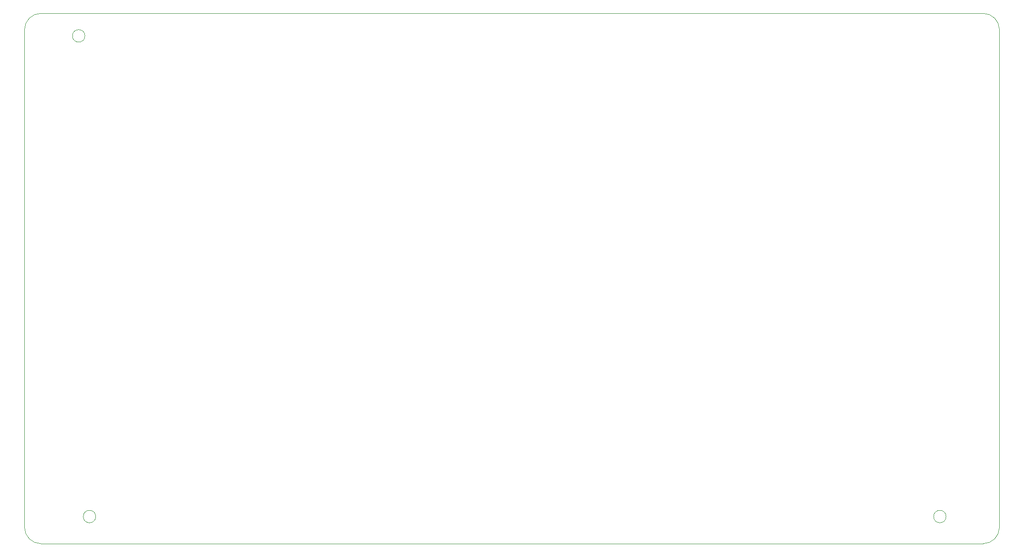
<source format=gbr>
%TF.GenerationSoftware,KiCad,Pcbnew,(5.1.6)-1*%
%TF.CreationDate,2020-09-26T19:54:48-07:00*%
%TF.ProjectId,Cessna 172 nav and com radio,43657373-6e61-4203-9137-32206e617620,rev?*%
%TF.SameCoordinates,Original*%
%TF.FileFunction,Profile,NP*%
%FSLAX46Y46*%
G04 Gerber Fmt 4.6, Leading zero omitted, Abs format (unit mm)*
G04 Created by KiCad (PCBNEW (5.1.6)-1) date 2020-09-26 19:54:48*
%MOMM*%
%LPD*%
G01*
G04 APERTURE LIST*
%TA.AperFunction,Profile*%
%ADD10C,0.050000*%
%TD*%
G04 APERTURE END LIST*
D10*
X41152000Y-34152000D02*
G75*
G03*
X41152000Y-34152000I-1152000J0D01*
G01*
X43152000Y-123000000D02*
G75*
G03*
X43152000Y-123000000I-1152000J0D01*
G01*
X200152000Y-123000000D02*
G75*
G03*
X200152000Y-123000000I-1152000J0D01*
G01*
X210000000Y-33000000D02*
X210000000Y-125000000D01*
X207000000Y-128000000D02*
X33000000Y-128000000D01*
X30000000Y-33000000D02*
X30000000Y-125000000D01*
X33000000Y-30000000D02*
X207000000Y-30000000D01*
X33000000Y-128000000D02*
G75*
G02*
X30000000Y-125000000I0J3000000D01*
G01*
X30000000Y-33000000D02*
G75*
G02*
X33000000Y-30000000I3000000J0D01*
G01*
X207000000Y-30000000D02*
G75*
G02*
X210000000Y-33000000I0J-3000000D01*
G01*
X210000000Y-125000000D02*
G75*
G02*
X207000000Y-128000000I-3000000J0D01*
G01*
M02*

</source>
